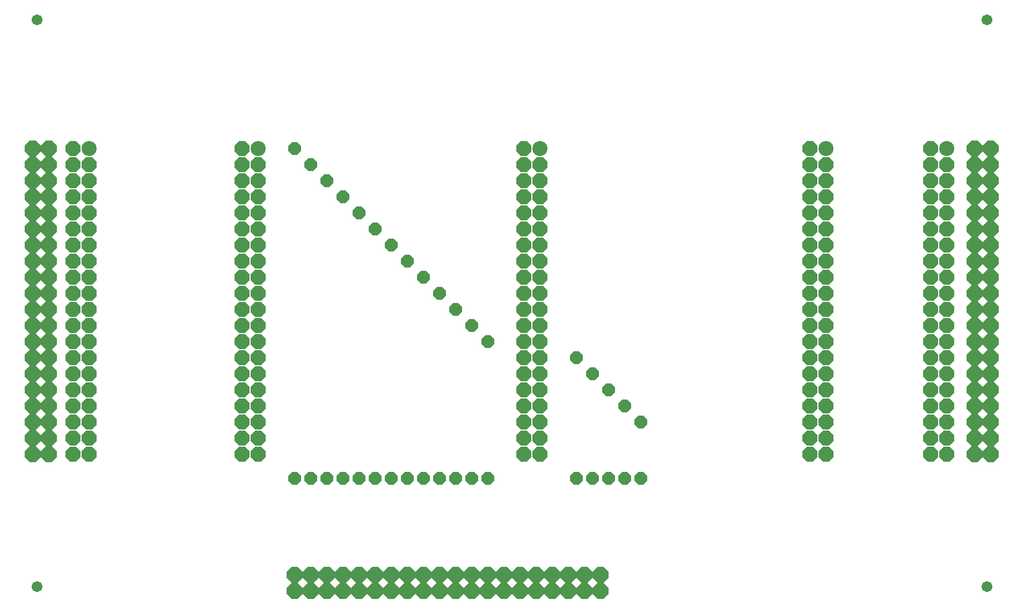
<source format=gbr>
G75*
G70*
%OFA0B0*%
%FSLAX24Y24*%
%IPPOS*%
%LPD*%
%AMOC8*
5,1,8,0,0,1.08239X$1,22.5*
%
%ADD10C,0.0672*%
%ADD11OC8,0.0984*%
%ADD12C,0.0936*%
%ADD13OC8,0.0936*%
%ADD14OC8,0.0792*%
D10*
X003885Y003885D03*
X003885Y039135D03*
X062885Y039135D03*
X062885Y003885D03*
D11*
X063135Y012135D03*
X062135Y012135D03*
X062135Y013135D03*
X063135Y013135D03*
X063135Y014135D03*
X062135Y014135D03*
X062135Y015135D03*
X063135Y015135D03*
X063135Y016135D03*
X062135Y016135D03*
X062135Y017135D03*
X063135Y017135D03*
X063135Y018135D03*
X062135Y018135D03*
X062135Y019135D03*
X063135Y019135D03*
X063135Y020135D03*
X062135Y020135D03*
X062135Y021135D03*
X063135Y021135D03*
X063135Y022135D03*
X062135Y022135D03*
X062135Y023135D03*
X063135Y023135D03*
X063135Y024135D03*
X062135Y024135D03*
X062135Y025135D03*
X063135Y025135D03*
X063135Y026135D03*
X062135Y026135D03*
X062135Y027135D03*
X063135Y027135D03*
X063135Y028135D03*
X062135Y028135D03*
X062135Y029135D03*
X063135Y029135D03*
X063135Y030135D03*
X062135Y030135D03*
X062135Y031135D03*
X063135Y031135D03*
X038885Y004635D03*
X037885Y004635D03*
X036885Y004635D03*
X035885Y004635D03*
X034885Y004635D03*
X033885Y004635D03*
X032885Y004635D03*
X031885Y004635D03*
X030885Y004635D03*
X029885Y004635D03*
X028885Y004635D03*
X027885Y004635D03*
X026885Y004635D03*
X025885Y004635D03*
X024885Y004635D03*
X023885Y004635D03*
X022885Y004635D03*
X021885Y004635D03*
X020885Y004635D03*
X019885Y004635D03*
X019885Y003635D03*
X020885Y003635D03*
X021885Y003635D03*
X022885Y003635D03*
X023885Y003635D03*
X024885Y003635D03*
X025885Y003635D03*
X026885Y003635D03*
X027885Y003635D03*
X028885Y003635D03*
X029885Y003635D03*
X030885Y003635D03*
X031885Y003635D03*
X032885Y003635D03*
X033885Y003635D03*
X034885Y003635D03*
X035885Y003635D03*
X036885Y003635D03*
X037885Y003635D03*
X038885Y003635D03*
X004635Y012135D03*
X003635Y012135D03*
X003635Y013135D03*
X004635Y013135D03*
X004635Y014135D03*
X003635Y014135D03*
X003635Y015135D03*
X004635Y015135D03*
X004635Y016135D03*
X003635Y016135D03*
X003635Y017135D03*
X004635Y017135D03*
X004635Y018135D03*
X003635Y018135D03*
X003635Y019135D03*
X004635Y019135D03*
X004635Y020135D03*
X003635Y020135D03*
X003635Y021135D03*
X004635Y021135D03*
X004635Y022135D03*
X003635Y022135D03*
X003635Y023135D03*
X004635Y023135D03*
X004635Y024135D03*
X003635Y024135D03*
X003635Y025135D03*
X004635Y025135D03*
X004635Y026135D03*
X003635Y026135D03*
X003635Y027135D03*
X004635Y027135D03*
X004635Y028135D03*
X003635Y028135D03*
X003635Y029135D03*
X004635Y029135D03*
X004635Y030135D03*
X003635Y030135D03*
X003635Y031135D03*
X004635Y031135D03*
D12*
X007135Y031135D03*
X017635Y031135D03*
X035135Y031135D03*
X052885Y031135D03*
X060385Y031135D03*
D13*
X059385Y031135D03*
X059385Y030135D03*
X060385Y030135D03*
X060385Y029135D03*
X059385Y029135D03*
X059385Y028135D03*
X060385Y028135D03*
X060385Y027135D03*
X059385Y027135D03*
X059385Y026135D03*
X060385Y026135D03*
X060385Y025135D03*
X059385Y025135D03*
X059385Y024135D03*
X060385Y024135D03*
X060385Y023135D03*
X059385Y023135D03*
X059385Y022135D03*
X060385Y022135D03*
X060385Y021135D03*
X059385Y021135D03*
X059385Y020135D03*
X060385Y020135D03*
X060385Y019135D03*
X059385Y019135D03*
X059385Y018135D03*
X060385Y018135D03*
X060385Y017135D03*
X059385Y017135D03*
X059385Y016135D03*
X060385Y016135D03*
X060385Y015135D03*
X059385Y015135D03*
X059385Y014135D03*
X060385Y014135D03*
X060385Y013135D03*
X059385Y013135D03*
X059385Y012135D03*
X060385Y012135D03*
X052885Y012135D03*
X051885Y012135D03*
X051885Y013135D03*
X052885Y013135D03*
X052885Y014135D03*
X051885Y014135D03*
X051885Y015135D03*
X052885Y015135D03*
X052885Y016135D03*
X051885Y016135D03*
X051885Y017135D03*
X052885Y017135D03*
X052885Y018135D03*
X051885Y018135D03*
X051885Y019135D03*
X052885Y019135D03*
X052885Y020135D03*
X051885Y020135D03*
X051885Y021135D03*
X052885Y021135D03*
X052885Y022135D03*
X051885Y022135D03*
X051885Y023135D03*
X052885Y023135D03*
X052885Y024135D03*
X051885Y024135D03*
X051885Y025135D03*
X052885Y025135D03*
X052885Y026135D03*
X051885Y026135D03*
X051885Y027135D03*
X052885Y027135D03*
X052885Y028135D03*
X051885Y028135D03*
X051885Y029135D03*
X052885Y029135D03*
X052885Y030135D03*
X051885Y030135D03*
X051885Y031135D03*
X035135Y030135D03*
X035135Y029135D03*
X034135Y029135D03*
X034135Y030135D03*
X034135Y031135D03*
X034135Y028135D03*
X035135Y028135D03*
X035135Y027135D03*
X035135Y026135D03*
X034135Y026135D03*
X034135Y027135D03*
X034135Y025135D03*
X035135Y025135D03*
X035135Y024135D03*
X034135Y024135D03*
X034135Y023135D03*
X035135Y023135D03*
X035135Y022135D03*
X035135Y021135D03*
X034135Y021135D03*
X034135Y022135D03*
X034135Y020135D03*
X035135Y020135D03*
X035135Y019135D03*
X034135Y019135D03*
X034135Y018135D03*
X035135Y018135D03*
X035135Y017135D03*
X034135Y017135D03*
X034135Y016135D03*
X035135Y016135D03*
X035135Y015135D03*
X035135Y014135D03*
X034135Y014135D03*
X034135Y015135D03*
X034135Y013135D03*
X035135Y013135D03*
X035135Y012135D03*
X034135Y012135D03*
X017635Y012135D03*
X017635Y013135D03*
X016635Y013135D03*
X016635Y012135D03*
X016635Y014135D03*
X016635Y015135D03*
X016635Y016135D03*
X017635Y016135D03*
X017635Y015135D03*
X017635Y014135D03*
X017635Y017135D03*
X017635Y018135D03*
X016635Y018135D03*
X016635Y017135D03*
X016635Y019135D03*
X016635Y020135D03*
X017635Y020135D03*
X017635Y019135D03*
X017635Y021135D03*
X017635Y022135D03*
X017635Y023135D03*
X016635Y023135D03*
X016635Y022135D03*
X016635Y021135D03*
X016635Y024135D03*
X016635Y025135D03*
X017635Y025135D03*
X017635Y024135D03*
X017635Y026135D03*
X017635Y027135D03*
X017635Y028135D03*
X016635Y028135D03*
X016635Y027135D03*
X016635Y026135D03*
X016635Y029135D03*
X016635Y030135D03*
X017635Y030135D03*
X017635Y029135D03*
X016635Y031135D03*
X007135Y030135D03*
X006135Y030135D03*
X006135Y029135D03*
X007135Y029135D03*
X007135Y028135D03*
X006135Y028135D03*
X006135Y027135D03*
X007135Y027135D03*
X007135Y026135D03*
X006135Y026135D03*
X006135Y025135D03*
X007135Y025135D03*
X007135Y024135D03*
X006135Y024135D03*
X006135Y023135D03*
X007135Y023135D03*
X007135Y022135D03*
X006135Y022135D03*
X006135Y021135D03*
X007135Y021135D03*
X007135Y020135D03*
X006135Y020135D03*
X006135Y019135D03*
X007135Y019135D03*
X007135Y018135D03*
X006135Y018135D03*
X006135Y017135D03*
X007135Y017135D03*
X007135Y016135D03*
X006135Y016135D03*
X006135Y015135D03*
X007135Y015135D03*
X007135Y014135D03*
X006135Y014135D03*
X006135Y013135D03*
X007135Y013135D03*
X007135Y012135D03*
X006135Y012135D03*
X006135Y031135D03*
D14*
X019885Y031135D03*
X020885Y030135D03*
X021885Y029135D03*
X022885Y028135D03*
X023885Y027135D03*
X024885Y026135D03*
X025885Y025135D03*
X026885Y024135D03*
X027885Y023135D03*
X028885Y022135D03*
X029885Y021135D03*
X030885Y020135D03*
X031885Y019135D03*
X037385Y018135D03*
X038385Y017135D03*
X039385Y016135D03*
X040385Y015135D03*
X041385Y014135D03*
X041385Y010635D03*
X040385Y010635D03*
X039385Y010635D03*
X038385Y010635D03*
X037385Y010635D03*
X031885Y010635D03*
X030885Y010635D03*
X029885Y010635D03*
X028885Y010635D03*
X027885Y010635D03*
X026885Y010635D03*
X025885Y010635D03*
X024885Y010635D03*
X023885Y010635D03*
X022885Y010635D03*
X021885Y010635D03*
X020885Y010635D03*
X019885Y010635D03*
M02*

</source>
